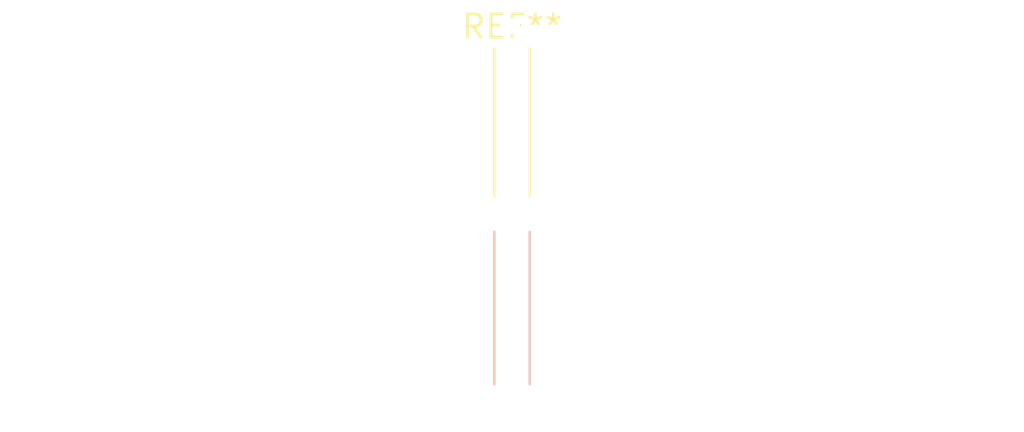
<source format=kicad_pcb>
(kicad_pcb (version 20240108) (generator pcbnew)
  (layers (0 "F.Cu" signal) (31 "B.Cu" signal) (34 "B.Paste" user) (35 "F.Paste" user) (36 "B.SilkS" user "B.Silkscreen") (37 "F.SilkS" user "F.Silkscreen") (38 "B.Mask" user) (39 "F.Mask" user) (44 "Edge.Cuts" user))
  (net 0 "")
  (footprint "SolderWire-0.25sqmm_1x01_D0.65mm_OD1.7mm_Relief2x" (layer "F.Cu") (at 0 0)
    (property "Reference" "REF**")
    (property "Value" "SolderWire-0.25sqmm_1x01_D0.65mm_OD1.7mm_Relief2x")
    (fp_line (start -0.96 11.16) (end -0.96 19.44) (layer "B.SilkS") (stroke (width 0.12)))
    (fp_line (start 0.96 11.16) (end 0.96 19.44) (layer "B.SilkS") (stroke (width 0.12)))
    (fp_line (start -0.96 1.185) (end -0.96 9.24) (layer "F.SilkS") (stroke (width 0.12)))
    (fp_line (start 0.96 1.185) (end 0.96 9.24) (layer "F.SilkS") (stroke (width 0.12)))
    (pad "" np_thru_hole circle (at 0 10.2) (size 2.2 2.2) (drill 2.2) (layers *.Cu *.Mask))
    (pad "" np_thru_hole circle (at 0 20.4) (size 2.2 2.2) (drill 2.2) (layers *.Cu *.Mask))
    (pad "1" thru_hole roundrect (at 0 0) (size 1.85 1.85) (drill 0.85) (layers *.Cu *.Mask) (remove_unused_layers) (roundrect_rratio 0.135135))
  )
)
</source>
